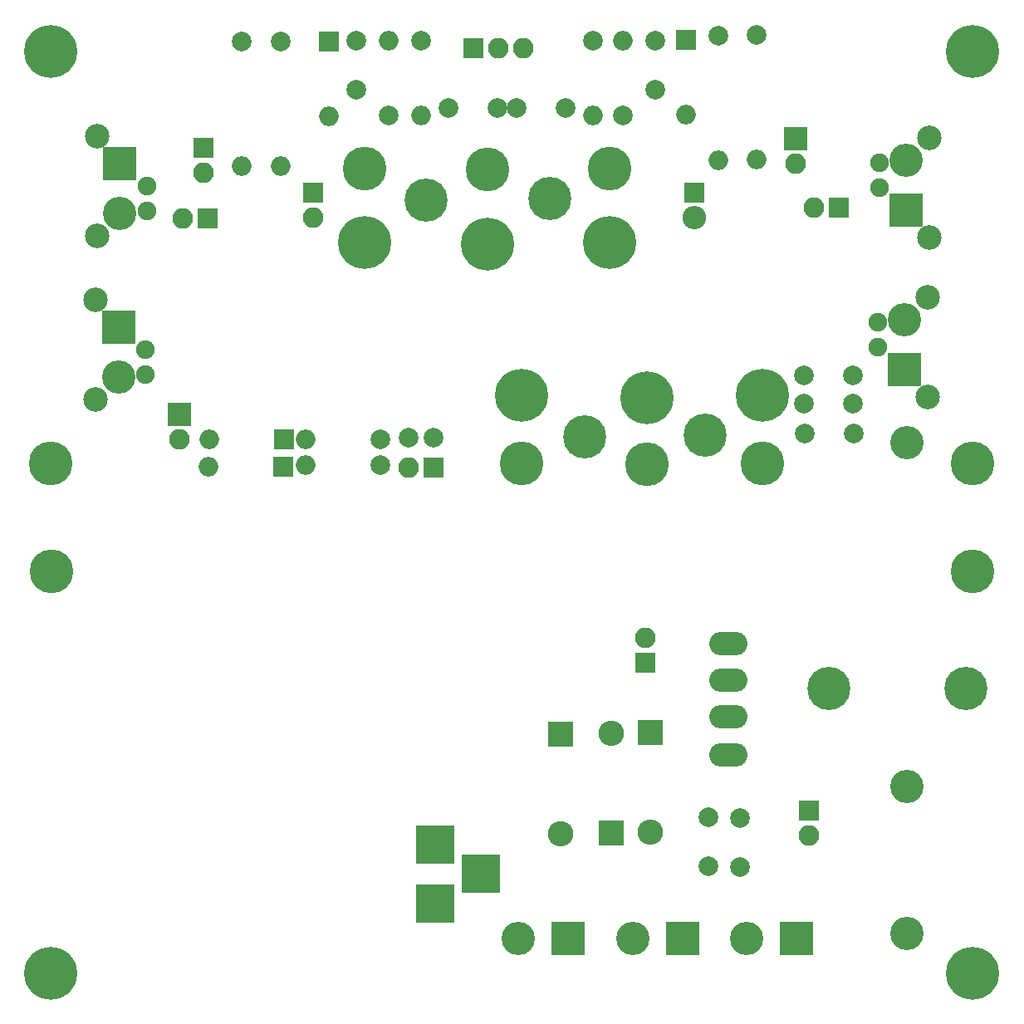
<source format=gbr>
G04 #@! TF.FileFunction,Soldermask,Bot*
%FSLAX46Y46*%
G04 Gerber Fmt 4.6, Leading zero omitted, Abs format (unit mm)*
G04 Created by KiCad (PCBNEW 4.0.7) date 04/12/19 10:09:23*
%MOMM*%
%LPD*%
G01*
G04 APERTURE LIST*
%ADD10C,0.100000*%
%ADD11C,1.900000*%
%ADD12C,2.500000*%
%ADD13R,3.400000X3.400000*%
%ADD14C,3.400000*%
%ADD15C,2.000000*%
%ADD16O,2.000000X2.000000*%
%ADD17C,4.464000*%
%ADD18C,5.400000*%
%ADD19C,4.400000*%
%ADD20R,2.100000X2.100000*%
%ADD21O,2.100000X2.100000*%
%ADD22R,2.000000X2.000000*%
%ADD23R,2.400000X2.400000*%
%ADD24O,2.400000X2.400000*%
%ADD25R,2.600000X2.600000*%
%ADD26O,2.600000X2.600000*%
%ADD27O,3.900000X2.400000*%
%ADD28R,3.900000X3.900000*%
G04 APERTURE END LIST*
D10*
D11*
X52766000Y-56769000D03*
X52766000Y-59309000D03*
D12*
X47686000Y-61849000D03*
X47686000Y-51689000D03*
D13*
X50038000Y-54483000D03*
D14*
X50038000Y-59563000D03*
D13*
X95758000Y-133477000D03*
D14*
X90678000Y-133477000D03*
D15*
X111023400Y-41414700D03*
D16*
X111023400Y-54114700D03*
D17*
X100000000Y-55000000D03*
D18*
X75000000Y-62500000D03*
D19*
X81216500Y-58229500D03*
D18*
X91008000Y-78064000D03*
D19*
X97409000Y-82296000D03*
D18*
X100000000Y-62500000D03*
D19*
X93853000Y-58039000D03*
D18*
X115508000Y-78064000D03*
D19*
X109728000Y-82169000D03*
D17*
X75000000Y-55000000D03*
X91008000Y-85064000D03*
D18*
X43000000Y-43000000D03*
X137000000Y-43000000D03*
X43000000Y-137000000D03*
X137000000Y-137000000D03*
D17*
X115508000Y-85064000D03*
X87515700Y-55029100D03*
D18*
X87477600Y-62687200D03*
X103733600Y-78384400D03*
D17*
X103759000Y-85090000D03*
D15*
X74168000Y-41910000D03*
X74168000Y-46910000D03*
X83566000Y-48768000D03*
X88566000Y-48768000D03*
X104648000Y-41910000D03*
X104648000Y-46910000D03*
X95504000Y-48768000D03*
X90504000Y-48768000D03*
D20*
X86106000Y-42672000D03*
D21*
X88646000Y-42672000D03*
X91186000Y-42672000D03*
D15*
X77470000Y-49530000D03*
D16*
X77470000Y-41910000D03*
D15*
X80772000Y-41910000D03*
D16*
X80772000Y-49530000D03*
D15*
X101346000Y-49530000D03*
D16*
X101346000Y-41910000D03*
D15*
X98298000Y-41910000D03*
D16*
X98298000Y-49530000D03*
D22*
X71323200Y-42062400D03*
D16*
X71323200Y-49682400D03*
D22*
X107746800Y-41833800D03*
D16*
X107746800Y-49453800D03*
D20*
X58547000Y-52832000D03*
D21*
X58547000Y-55372000D03*
D23*
X118935500Y-51943000D03*
D21*
X118935500Y-54483000D03*
D23*
X56134000Y-80010000D03*
D21*
X56134000Y-82550000D03*
D20*
X82042000Y-85471000D03*
D21*
X79502000Y-85471000D03*
D15*
X76581000Y-85217000D03*
D16*
X68961000Y-85217000D03*
D22*
X66802000Y-82550000D03*
D16*
X59182000Y-82550000D03*
D22*
X66675000Y-85344000D03*
D16*
X59055000Y-85344000D03*
D15*
X79502000Y-82423000D03*
X82002000Y-82423000D03*
X76581000Y-82550000D03*
D16*
X68961000Y-82550000D03*
D20*
X69735700Y-57416700D03*
D21*
X69735700Y-59956700D03*
D20*
X108597700Y-57467500D03*
D24*
X108597700Y-60007500D03*
D15*
X114947700Y-41338500D03*
D16*
X114947700Y-54038500D03*
D15*
X66446400Y-42024300D03*
D16*
X66446400Y-54724300D03*
D15*
X62484000Y-41986200D03*
D16*
X62484000Y-54686200D03*
D13*
X118999000Y-133477000D03*
D14*
X113919000Y-133477000D03*
D15*
X119773700Y-76060300D03*
X124773700Y-76060300D03*
X119773700Y-78955900D03*
X124773700Y-78955900D03*
X110045500Y-126111000D03*
X110045500Y-121111000D03*
X113284000Y-126174500D03*
X113284000Y-121174500D03*
D13*
X107442000Y-133477000D03*
D14*
X102362000Y-133477000D03*
D20*
X103568500Y-105346500D03*
D21*
X103568500Y-102806500D03*
D25*
X104076500Y-112458500D03*
D26*
X104076500Y-122618500D03*
D25*
X94996000Y-112649000D03*
D26*
X94996000Y-122809000D03*
D25*
X100139500Y-122682000D03*
D26*
X100139500Y-112522000D03*
D27*
X112077500Y-110843000D03*
X112077500Y-114793000D03*
X112077500Y-107093000D03*
X112077500Y-103393000D03*
D28*
X82169000Y-123888500D03*
X82169000Y-129888500D03*
X86869000Y-126888500D03*
D20*
X120269000Y-120396000D03*
D21*
X120269000Y-122936000D03*
D14*
X130302000Y-117950000D03*
X130302000Y-132950000D03*
X130302000Y-82950000D03*
D19*
X122302000Y-107950000D03*
X136302000Y-107950000D03*
D11*
X52639000Y-73406000D03*
X52639000Y-75946000D03*
D12*
X47559000Y-78486000D03*
X47559000Y-68326000D03*
D13*
X49911000Y-71120000D03*
D14*
X49911000Y-76200000D03*
D11*
X127447000Y-56896000D03*
X127447000Y-54356000D03*
D12*
X132527000Y-51816000D03*
X132527000Y-61976000D03*
D13*
X130175000Y-59182000D03*
D14*
X130175000Y-54102000D03*
D11*
X127320000Y-73152000D03*
X127320000Y-70612000D03*
D12*
X132400000Y-68072000D03*
X132400000Y-78232000D03*
D13*
X130048000Y-75438000D03*
D14*
X130048000Y-70358000D03*
D17*
X137000000Y-85000000D03*
X43000000Y-85000000D03*
X43053000Y-96012000D03*
X137000000Y-96000000D03*
D20*
X58991500Y-60071000D03*
D21*
X56451500Y-60071000D03*
D20*
X123317000Y-58928000D03*
D21*
X120777000Y-58928000D03*
D15*
X119824500Y-82003900D03*
X124824500Y-82003900D03*
M02*

</source>
